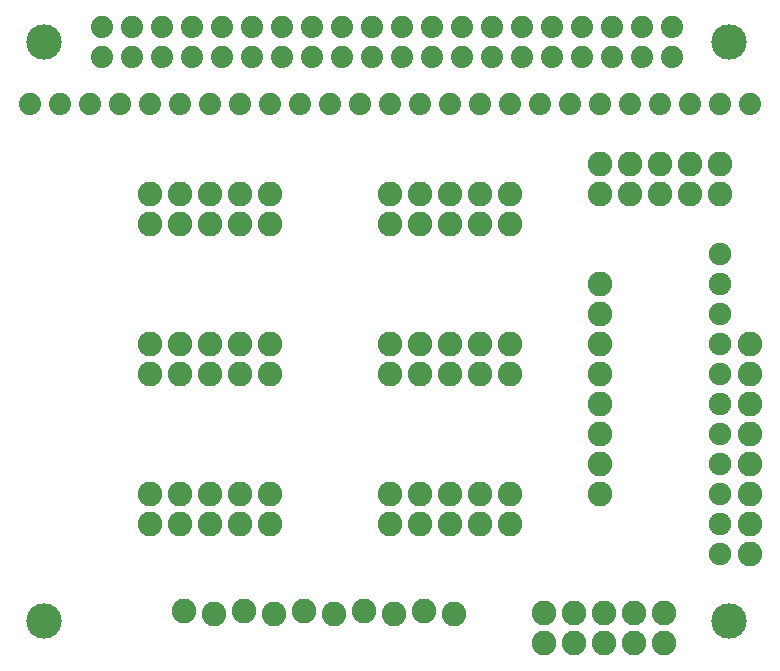
<source format=gbs>
G75*
%MOIN*%
%OFA0B0*%
%FSLAX25Y25*%
%IPPOS*%
%LPD*%
%AMOC8*
5,1,8,0,0,1.08239X$1,22.5*
%
%ADD10C,0.11824*%
%ADD11C,0.07400*%
%ADD12C,0.08200*%
%ADD13C,0.07500*%
D10*
X0018780Y0018780D03*
X0018780Y0211693D03*
X0247126Y0211693D03*
X0247126Y0018780D03*
D11*
X0244000Y0191000D03*
X0254000Y0191000D03*
X0234000Y0191000D03*
X0224000Y0191000D03*
X0214000Y0191000D03*
X0204000Y0191000D03*
X0194000Y0191000D03*
X0184000Y0191000D03*
X0174000Y0191000D03*
X0164000Y0191000D03*
X0154000Y0191000D03*
X0144000Y0191000D03*
X0134000Y0191000D03*
X0124000Y0191000D03*
X0114000Y0191000D03*
X0104000Y0191000D03*
X0094000Y0191000D03*
X0084000Y0191000D03*
X0074000Y0191000D03*
X0064000Y0191000D03*
X0054000Y0191000D03*
X0044000Y0191000D03*
X0034000Y0191000D03*
X0024000Y0191000D03*
X0014000Y0191000D03*
X0037953Y0206693D03*
X0047953Y0206693D03*
X0057953Y0206693D03*
X0067953Y0206693D03*
X0077953Y0206693D03*
X0087953Y0206693D03*
X0097953Y0206693D03*
X0107953Y0206693D03*
X0117953Y0206693D03*
X0127953Y0206693D03*
X0137953Y0206693D03*
X0147953Y0206693D03*
X0157953Y0206693D03*
X0167953Y0206693D03*
X0177953Y0206693D03*
X0187953Y0206693D03*
X0197953Y0206693D03*
X0207953Y0206693D03*
X0217953Y0206693D03*
X0227953Y0206693D03*
X0227953Y0216693D03*
X0217953Y0216693D03*
X0207953Y0216693D03*
X0197953Y0216693D03*
X0187953Y0216693D03*
X0177953Y0216693D03*
X0167953Y0216693D03*
X0157953Y0216693D03*
X0147953Y0216693D03*
X0137953Y0216693D03*
X0127953Y0216693D03*
X0117953Y0216693D03*
X0107953Y0216693D03*
X0097953Y0216693D03*
X0087953Y0216693D03*
X0077953Y0216693D03*
X0067953Y0216693D03*
X0057953Y0216693D03*
X0047953Y0216693D03*
X0037953Y0216693D03*
D12*
X0054000Y0161000D03*
X0054000Y0151000D03*
X0064000Y0151000D03*
X0064000Y0161000D03*
X0074000Y0161000D03*
X0074000Y0151000D03*
X0084000Y0151000D03*
X0094000Y0151000D03*
X0094000Y0161000D03*
X0084000Y0161000D03*
X0134000Y0161000D03*
X0144000Y0161000D03*
X0144000Y0151000D03*
X0134000Y0151000D03*
X0154000Y0151000D03*
X0154000Y0161000D03*
X0164000Y0161000D03*
X0164000Y0151000D03*
X0174000Y0151000D03*
X0174000Y0161000D03*
X0204000Y0161000D03*
X0204000Y0171000D03*
X0214000Y0171000D03*
X0214000Y0161000D03*
X0224000Y0161000D03*
X0224000Y0171000D03*
X0234000Y0171000D03*
X0234000Y0161000D03*
X0244000Y0161000D03*
X0244000Y0171000D03*
X0204000Y0131000D03*
X0204000Y0121000D03*
X0204000Y0111000D03*
X0204000Y0101000D03*
X0204000Y0091000D03*
X0204000Y0081000D03*
X0204000Y0071000D03*
X0204000Y0061000D03*
X0174000Y0061000D03*
X0174000Y0051000D03*
X0164000Y0051000D03*
X0164000Y0061000D03*
X0154000Y0061000D03*
X0154000Y0051000D03*
X0144000Y0051000D03*
X0134000Y0051000D03*
X0134000Y0061000D03*
X0144000Y0061000D03*
X0145500Y0022000D03*
X0135500Y0021000D03*
X0125500Y0022000D03*
X0115500Y0021000D03*
X0105500Y0022000D03*
X0095500Y0021000D03*
X0085500Y0022000D03*
X0075500Y0021000D03*
X0065500Y0022000D03*
X0064000Y0051000D03*
X0064000Y0061000D03*
X0054000Y0061000D03*
X0054000Y0051000D03*
X0074000Y0051000D03*
X0074000Y0061000D03*
X0084000Y0061000D03*
X0094000Y0061000D03*
X0094000Y0051000D03*
X0084000Y0051000D03*
X0084000Y0101000D03*
X0094000Y0101000D03*
X0094000Y0111000D03*
X0084000Y0111000D03*
X0074000Y0111000D03*
X0074000Y0101000D03*
X0064000Y0101000D03*
X0064000Y0111000D03*
X0054000Y0111000D03*
X0054000Y0101000D03*
X0134000Y0101000D03*
X0144000Y0101000D03*
X0144000Y0111000D03*
X0134000Y0111000D03*
X0154000Y0111000D03*
X0154000Y0101000D03*
X0164000Y0101000D03*
X0164000Y0111000D03*
X0174000Y0111000D03*
X0174000Y0101000D03*
X0254000Y0101000D03*
X0254000Y0111000D03*
X0254000Y0091000D03*
X0254000Y0081000D03*
X0254000Y0071000D03*
X0254000Y0061000D03*
X0254000Y0051000D03*
X0254000Y0041000D03*
X0225500Y0021500D03*
X0225500Y0011500D03*
X0215500Y0011500D03*
X0215500Y0021500D03*
X0205500Y0021500D03*
X0205500Y0011500D03*
X0195500Y0011500D03*
X0195500Y0021500D03*
X0185500Y0021500D03*
X0185500Y0011500D03*
X0155500Y0021000D03*
D13*
X0244000Y0041000D03*
X0244000Y0051000D03*
X0244000Y0061000D03*
X0244000Y0071000D03*
X0244000Y0081000D03*
X0244000Y0091000D03*
X0244000Y0101000D03*
X0244000Y0111000D03*
X0244000Y0121000D03*
X0244000Y0131000D03*
X0244000Y0141000D03*
M02*

</source>
